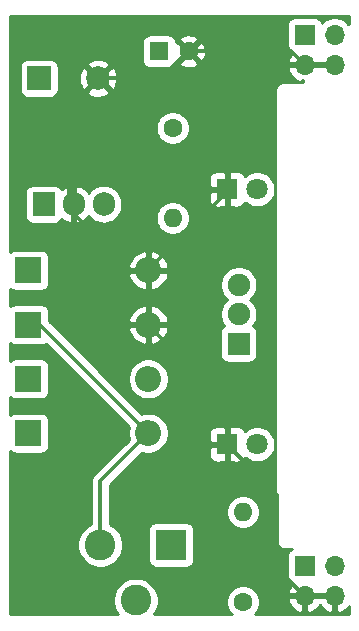
<source format=gbl>
%TF.GenerationSoftware,KiCad,Pcbnew,(5.1.9)-1*%
%TF.CreationDate,2021-12-31T02:05:00-06:00*%
%TF.ProjectId,BreadBoardPowerSupply,42726561-6442-46f6-9172-64506f776572,rev?*%
%TF.SameCoordinates,Original*%
%TF.FileFunction,Copper,L2,Bot*%
%TF.FilePolarity,Positive*%
%FSLAX46Y46*%
G04 Gerber Fmt 4.6, Leading zero omitted, Abs format (unit mm)*
G04 Created by KiCad (PCBNEW (5.1.9)-1) date 2021-12-31 02:05:00*
%MOMM*%
%LPD*%
G01*
G04 APERTURE LIST*
%TA.AperFunction,ComponentPad*%
%ADD10C,1.600000*%
%TD*%
%TA.AperFunction,ComponentPad*%
%ADD11O,1.600000X1.600000*%
%TD*%
%TA.AperFunction,ComponentPad*%
%ADD12C,2.000000*%
%TD*%
%TA.AperFunction,ComponentPad*%
%ADD13R,2.000000X2.000000*%
%TD*%
%TA.AperFunction,ComponentPad*%
%ADD14R,1.600000X1.600000*%
%TD*%
%TA.AperFunction,ComponentPad*%
%ADD15O,2.200000X2.200000*%
%TD*%
%TA.AperFunction,ComponentPad*%
%ADD16R,2.200000X2.200000*%
%TD*%
%TA.AperFunction,ComponentPad*%
%ADD17C,1.800000*%
%TD*%
%TA.AperFunction,ComponentPad*%
%ADD18R,1.800000X1.800000*%
%TD*%
%TA.AperFunction,ComponentPad*%
%ADD19C,2.600000*%
%TD*%
%TA.AperFunction,ComponentPad*%
%ADD20R,2.600000X2.600000*%
%TD*%
%TA.AperFunction,ComponentPad*%
%ADD21R,1.700000X1.700000*%
%TD*%
%TA.AperFunction,ComponentPad*%
%ADD22O,1.700000X1.700000*%
%TD*%
%TA.AperFunction,ComponentPad*%
%ADD23C,1.900000*%
%TD*%
%TA.AperFunction,ComponentPad*%
%ADD24R,1.900000X1.900000*%
%TD*%
%TA.AperFunction,ComponentPad*%
%ADD25O,1.905000X2.000000*%
%TD*%
%TA.AperFunction,ComponentPad*%
%ADD26R,1.905000X2.000000*%
%TD*%
%TA.AperFunction,Conductor*%
%ADD27C,0.300000*%
%TD*%
%TA.AperFunction,Conductor*%
%ADD28C,0.254000*%
%TD*%
%TA.AperFunction,Conductor*%
%ADD29C,0.100000*%
%TD*%
G04 APERTURE END LIST*
D10*
%TO.P,R2,1*%
%TO.N,/Vout2*%
X137795000Y-82677000D03*
D11*
%TO.P,R2,2*%
%TO.N,Net-(D6-Pad2)*%
X137795000Y-90297000D03*
%TD*%
D12*
%TO.P,C1,2*%
%TO.N,/V-*%
X131492000Y-78486000D03*
D13*
%TO.P,C1,1*%
%TO.N,/Vin*%
X126492000Y-78486000D03*
%TD*%
D10*
%TO.P,C2,2*%
%TO.N,/V-*%
X139152000Y-76200000D03*
D14*
%TO.P,C2,1*%
%TO.N,/Vout1*%
X136652000Y-76200000D03*
%TD*%
D15*
%TO.P,D1,2*%
%TO.N,Net-(D1-Pad2)*%
X135741001Y-103929334D03*
D16*
%TO.P,D1,1*%
%TO.N,/Vin*%
X125581001Y-103929334D03*
%TD*%
D15*
%TO.P,D2,2*%
%TO.N,/V-*%
X135741001Y-94742000D03*
D16*
%TO.P,D2,1*%
%TO.N,Net-(D1-Pad2)*%
X125581001Y-94742000D03*
%TD*%
%TO.P,D3,1*%
%TO.N,/Vin*%
X125581001Y-108523001D03*
D15*
%TO.P,D3,2*%
%TO.N,Net-(D3-Pad2)*%
X135741001Y-108523001D03*
%TD*%
%TO.P,D4,2*%
%TO.N,/V-*%
X135741001Y-99335667D03*
D16*
%TO.P,D4,1*%
%TO.N,Net-(D3-Pad2)*%
X125581001Y-99335667D03*
%TD*%
D17*
%TO.P,D5,2*%
%TO.N,Net-(D5-Pad2)*%
X144943000Y-109474000D03*
D18*
%TO.P,D5,1*%
%TO.N,/V-*%
X142403000Y-109474000D03*
%TD*%
%TO.P,D6,1*%
%TO.N,/V-*%
X142403000Y-87884000D03*
D17*
%TO.P,D6,2*%
%TO.N,Net-(D6-Pad2)*%
X144943000Y-87884000D03*
%TD*%
D19*
%TO.P,J1,3*%
%TO.N,Net-(J1-Pad3)*%
X134668000Y-122683000D03*
%TO.P,J1,2*%
%TO.N,Net-(D3-Pad2)*%
X131668000Y-117983000D03*
D20*
%TO.P,J1,1*%
%TO.N,Net-(D1-Pad2)*%
X137668000Y-117983000D03*
%TD*%
D21*
%TO.P,J2,1*%
%TO.N,/Vout2*%
X148971000Y-74803000D03*
D22*
%TO.P,J2,2*%
X151511000Y-74803000D03*
%TO.P,J2,3*%
%TO.N,/V-*%
X148971000Y-77343000D03*
%TO.P,J2,4*%
X151511000Y-77343000D03*
%TD*%
D21*
%TO.P,J3,1*%
%TO.N,/Vout2*%
X148971000Y-119761000D03*
D22*
%TO.P,J3,2*%
X151511000Y-119761000D03*
%TO.P,J3,3*%
%TO.N,/V-*%
X148971000Y-122301000D03*
%TO.P,J3,4*%
X151511000Y-122301000D03*
%TD*%
D11*
%TO.P,R1,2*%
%TO.N,/Vout1*%
X143764000Y-115189000D03*
D10*
%TO.P,R1,1*%
%TO.N,Net-(D5-Pad2)*%
X143764000Y-122809000D03*
%TD*%
D23*
%TO.P,SW1,3*%
%TO.N,Net-(SW1-Pad3)*%
X143383000Y-95965000D03*
%TO.P,SW1,2*%
%TO.N,/Vout1*%
X143383000Y-98465000D03*
D24*
%TO.P,SW1,1*%
%TO.N,/Vout2*%
X143383000Y-100965000D03*
%TD*%
D25*
%TO.P,U1,3*%
%TO.N,/Vout1*%
X131953000Y-89154000D03*
%TO.P,U1,2*%
%TO.N,/V-*%
X129413000Y-89154000D03*
D26*
%TO.P,U1,1*%
%TO.N,/Vin*%
X126873000Y-89154000D03*
%TD*%
D27*
%TO.N,/V-*%
X142345001Y-87757000D02*
X142403000Y-87757000D01*
X129254502Y-89154000D02*
X129032000Y-89154000D01*
X135741001Y-94742000D02*
X135223502Y-94742000D01*
X129032000Y-80946000D02*
X131492000Y-78486000D01*
X129032000Y-89154000D02*
X129032000Y-80946000D01*
X139062002Y-76200000D02*
X139152000Y-76200000D01*
X136776002Y-78486000D02*
X139062002Y-76200000D01*
X131492000Y-78486000D02*
X136776002Y-78486000D01*
X147828000Y-76200000D02*
X148971000Y-77343000D01*
X139152000Y-76200000D02*
X147828000Y-76200000D01*
X148971000Y-77343000D02*
X151511000Y-77343000D01*
X148971000Y-122301000D02*
X151511000Y-122301000D01*
X146667990Y-113738990D02*
X142403000Y-109474000D01*
X146667990Y-119997990D02*
X146667990Y-113738990D01*
X148971000Y-122301000D02*
X146667990Y-119997990D01*
X142218001Y-87884000D02*
X142403000Y-87884000D01*
X142403000Y-105997666D02*
X135741001Y-99335667D01*
X142403000Y-109474000D02*
X142403000Y-105997666D01*
X135741001Y-99335667D02*
X135741001Y-94742000D01*
X129413000Y-89969633D02*
X129413000Y-89154000D01*
X134185367Y-94742000D02*
X129413000Y-89969633D01*
X135741001Y-94742000D02*
X134185367Y-94742000D01*
X142403000Y-88080001D02*
X135741001Y-94742000D01*
X142403000Y-87884000D02*
X142403000Y-88080001D01*
%TO.N,Net-(D3-Pad2)*%
X126553667Y-99335667D02*
X125581001Y-99335667D01*
X135741001Y-108523001D02*
X126553667Y-99335667D01*
X131668000Y-112596002D02*
X135741001Y-108523001D01*
X131668000Y-117983000D02*
X131668000Y-112596002D01*
%TD*%
D28*
%TO.N,/V-*%
X152706001Y-73918516D02*
X152664475Y-73856368D01*
X152457632Y-73649525D01*
X152214411Y-73487010D01*
X151944158Y-73375068D01*
X151657260Y-73318000D01*
X151364740Y-73318000D01*
X151077842Y-73375068D01*
X150807589Y-73487010D01*
X150564368Y-73649525D01*
X150432513Y-73781380D01*
X150410502Y-73708820D01*
X150351537Y-73598506D01*
X150272185Y-73501815D01*
X150175494Y-73422463D01*
X150065180Y-73363498D01*
X149945482Y-73327188D01*
X149821000Y-73314928D01*
X148121000Y-73314928D01*
X147996518Y-73327188D01*
X147876820Y-73363498D01*
X147766506Y-73422463D01*
X147669815Y-73501815D01*
X147590463Y-73598506D01*
X147531498Y-73708820D01*
X147495188Y-73828518D01*
X147482928Y-73953000D01*
X147482928Y-75653000D01*
X147495188Y-75777482D01*
X147531498Y-75897180D01*
X147590463Y-76007494D01*
X147669815Y-76104185D01*
X147766506Y-76183537D01*
X147876820Y-76242502D01*
X147957466Y-76266966D01*
X147873412Y-76342731D01*
X147699359Y-76576080D01*
X147574175Y-76838901D01*
X147529524Y-76986110D01*
X147650845Y-77216000D01*
X148844000Y-77216000D01*
X148844000Y-77196000D01*
X149098000Y-77196000D01*
X149098000Y-77216000D01*
X151384000Y-77216000D01*
X151384000Y-77196000D01*
X151638000Y-77196000D01*
X151638000Y-77216000D01*
X151658000Y-77216000D01*
X151658000Y-77470000D01*
X151638000Y-77470000D01*
X151638000Y-77490000D01*
X151384000Y-77490000D01*
X151384000Y-77470000D01*
X149098000Y-77470000D01*
X149098000Y-77490000D01*
X148844000Y-77490000D01*
X148844000Y-77470000D01*
X147650845Y-77470000D01*
X147529524Y-77699890D01*
X147574175Y-77847099D01*
X147699359Y-78109920D01*
X147873412Y-78343269D01*
X148089645Y-78538178D01*
X148339748Y-78687157D01*
X148614109Y-78784481D01*
X148843998Y-78663815D01*
X148843998Y-78792000D01*
X147227877Y-78792000D01*
X147193000Y-78788565D01*
X147158123Y-78792000D01*
X147053816Y-78802273D01*
X146919980Y-78842872D01*
X146796637Y-78908800D01*
X146688525Y-78997525D01*
X146599800Y-79105637D01*
X146533872Y-79228980D01*
X146493273Y-79362816D01*
X146479565Y-79502000D01*
X146483001Y-79536887D01*
X146483000Y-117567123D01*
X146479565Y-117602000D01*
X146493273Y-117741184D01*
X146533872Y-117875020D01*
X146599800Y-117998363D01*
X146688525Y-118106475D01*
X146770294Y-118173581D01*
X146796637Y-118195200D01*
X146919980Y-118261128D01*
X147053816Y-118301727D01*
X147193000Y-118315435D01*
X147227877Y-118312000D01*
X147908131Y-118312000D01*
X147876820Y-118321498D01*
X147766506Y-118380463D01*
X147669815Y-118459815D01*
X147590463Y-118556506D01*
X147531498Y-118666820D01*
X147495188Y-118786518D01*
X147482928Y-118911000D01*
X147482928Y-120611000D01*
X147495188Y-120735482D01*
X147531498Y-120855180D01*
X147590463Y-120965494D01*
X147669815Y-121062185D01*
X147766506Y-121141537D01*
X147876820Y-121200502D01*
X147957466Y-121224966D01*
X147873412Y-121300731D01*
X147699359Y-121534080D01*
X147574175Y-121796901D01*
X147529524Y-121944110D01*
X147650845Y-122174000D01*
X148844000Y-122174000D01*
X148844000Y-122154000D01*
X149098000Y-122154000D01*
X149098000Y-122174000D01*
X151384000Y-122174000D01*
X151384000Y-122154000D01*
X151638000Y-122154000D01*
X151638000Y-122174000D01*
X151658000Y-122174000D01*
X151658000Y-122428000D01*
X151638000Y-122428000D01*
X151638000Y-123621814D01*
X151867891Y-123742481D01*
X152142252Y-123645157D01*
X152392355Y-123496178D01*
X152608588Y-123301269D01*
X152706000Y-123170671D01*
X152706000Y-123877000D01*
X144725396Y-123877000D01*
X144878637Y-123723759D01*
X145035680Y-123488727D01*
X145143853Y-123227574D01*
X145199000Y-122950335D01*
X145199000Y-122667665D01*
X145197056Y-122657890D01*
X147529524Y-122657890D01*
X147574175Y-122805099D01*
X147699359Y-123067920D01*
X147873412Y-123301269D01*
X148089645Y-123496178D01*
X148339748Y-123645157D01*
X148614109Y-123742481D01*
X148844000Y-123621814D01*
X148844000Y-122428000D01*
X149098000Y-122428000D01*
X149098000Y-123621814D01*
X149327891Y-123742481D01*
X149602252Y-123645157D01*
X149852355Y-123496178D01*
X150068588Y-123301269D01*
X150241000Y-123070120D01*
X150413412Y-123301269D01*
X150629645Y-123496178D01*
X150879748Y-123645157D01*
X151154109Y-123742481D01*
X151384000Y-123621814D01*
X151384000Y-122428000D01*
X149098000Y-122428000D01*
X148844000Y-122428000D01*
X147650845Y-122428000D01*
X147529524Y-122657890D01*
X145197056Y-122657890D01*
X145143853Y-122390426D01*
X145035680Y-122129273D01*
X144878637Y-121894241D01*
X144678759Y-121694363D01*
X144443727Y-121537320D01*
X144182574Y-121429147D01*
X143905335Y-121374000D01*
X143622665Y-121374000D01*
X143345426Y-121429147D01*
X143084273Y-121537320D01*
X142849241Y-121694363D01*
X142649363Y-121894241D01*
X142492320Y-122129273D01*
X142384147Y-122390426D01*
X142329000Y-122667665D01*
X142329000Y-122950335D01*
X142384147Y-123227574D01*
X142492320Y-123488727D01*
X142649363Y-123723759D01*
X142802604Y-123877000D01*
X136197400Y-123877000D01*
X136382775Y-123599566D01*
X136528639Y-123247419D01*
X136603000Y-122873581D01*
X136603000Y-122492419D01*
X136528639Y-122118581D01*
X136382775Y-121766434D01*
X136171013Y-121449509D01*
X135901491Y-121179987D01*
X135584566Y-120968225D01*
X135232419Y-120822361D01*
X134858581Y-120748000D01*
X134477419Y-120748000D01*
X134103581Y-120822361D01*
X133751434Y-120968225D01*
X133434509Y-121179987D01*
X133164987Y-121449509D01*
X132953225Y-121766434D01*
X132807361Y-122118581D01*
X132733000Y-122492419D01*
X132733000Y-122873581D01*
X132807361Y-123247419D01*
X132953225Y-123599566D01*
X133138600Y-123877000D01*
X124027000Y-123877000D01*
X124027000Y-110070755D01*
X124029816Y-110074186D01*
X124126507Y-110153538D01*
X124236821Y-110212503D01*
X124356519Y-110248813D01*
X124481001Y-110261073D01*
X126681001Y-110261073D01*
X126805483Y-110248813D01*
X126925181Y-110212503D01*
X127035495Y-110153538D01*
X127132186Y-110074186D01*
X127211538Y-109977495D01*
X127270503Y-109867181D01*
X127306813Y-109747483D01*
X127319073Y-109623001D01*
X127319073Y-107423001D01*
X127306813Y-107298519D01*
X127270503Y-107178821D01*
X127211538Y-107068507D01*
X127132186Y-106971816D01*
X127035495Y-106892464D01*
X126925181Y-106833499D01*
X126805483Y-106797189D01*
X126681001Y-106784929D01*
X124481001Y-106784929D01*
X124356519Y-106797189D01*
X124236821Y-106833499D01*
X124126507Y-106892464D01*
X124029816Y-106971816D01*
X124027000Y-106975247D01*
X124027000Y-105477088D01*
X124029816Y-105480519D01*
X124126507Y-105559871D01*
X124236821Y-105618836D01*
X124356519Y-105655146D01*
X124481001Y-105667406D01*
X126681001Y-105667406D01*
X126805483Y-105655146D01*
X126925181Y-105618836D01*
X127035495Y-105559871D01*
X127132186Y-105480519D01*
X127211538Y-105383828D01*
X127270503Y-105273514D01*
X127306813Y-105153816D01*
X127319073Y-105029334D01*
X127319073Y-102829334D01*
X127306813Y-102704852D01*
X127270503Y-102585154D01*
X127211538Y-102474840D01*
X127132186Y-102378149D01*
X127035495Y-102298797D01*
X126925181Y-102239832D01*
X126805483Y-102203522D01*
X126681001Y-102191262D01*
X124481001Y-102191262D01*
X124356519Y-102203522D01*
X124236821Y-102239832D01*
X124126507Y-102298797D01*
X124029816Y-102378149D01*
X124027000Y-102381580D01*
X124027000Y-100883421D01*
X124029816Y-100886852D01*
X124126507Y-100966204D01*
X124236821Y-101025169D01*
X124356519Y-101061479D01*
X124481001Y-101073739D01*
X126681001Y-101073739D01*
X126805483Y-101061479D01*
X126925181Y-101025169D01*
X127035495Y-100966204D01*
X127056669Y-100948827D01*
X134087932Y-107980090D01*
X134072676Y-108016920D01*
X134006001Y-108352118D01*
X134006001Y-108693884D01*
X134072676Y-109029082D01*
X134087932Y-109065913D01*
X131140185Y-112013660D01*
X131110237Y-112038238D01*
X131085659Y-112068186D01*
X131085655Y-112068190D01*
X131052690Y-112108358D01*
X131012139Y-112157769D01*
X130973177Y-112230662D01*
X130939246Y-112294143D01*
X130894359Y-112442116D01*
X130879203Y-112596002D01*
X130883001Y-112634565D01*
X130883000Y-116213728D01*
X130751434Y-116268225D01*
X130434509Y-116479987D01*
X130164987Y-116749509D01*
X129953225Y-117066434D01*
X129807361Y-117418581D01*
X129733000Y-117792419D01*
X129733000Y-118173581D01*
X129807361Y-118547419D01*
X129953225Y-118899566D01*
X130164987Y-119216491D01*
X130434509Y-119486013D01*
X130751434Y-119697775D01*
X131103581Y-119843639D01*
X131477419Y-119918000D01*
X131858581Y-119918000D01*
X132232419Y-119843639D01*
X132584566Y-119697775D01*
X132901491Y-119486013D01*
X133171013Y-119216491D01*
X133382775Y-118899566D01*
X133528639Y-118547419D01*
X133603000Y-118173581D01*
X133603000Y-117792419D01*
X133528639Y-117418581D01*
X133382775Y-117066434D01*
X133171013Y-116749509D01*
X133104504Y-116683000D01*
X135729928Y-116683000D01*
X135729928Y-119283000D01*
X135742188Y-119407482D01*
X135778498Y-119527180D01*
X135837463Y-119637494D01*
X135916815Y-119734185D01*
X136013506Y-119813537D01*
X136123820Y-119872502D01*
X136243518Y-119908812D01*
X136368000Y-119921072D01*
X138968000Y-119921072D01*
X139092482Y-119908812D01*
X139212180Y-119872502D01*
X139322494Y-119813537D01*
X139419185Y-119734185D01*
X139498537Y-119637494D01*
X139557502Y-119527180D01*
X139593812Y-119407482D01*
X139606072Y-119283000D01*
X139606072Y-116683000D01*
X139593812Y-116558518D01*
X139557502Y-116438820D01*
X139498537Y-116328506D01*
X139419185Y-116231815D01*
X139322494Y-116152463D01*
X139212180Y-116093498D01*
X139092482Y-116057188D01*
X138968000Y-116044928D01*
X136368000Y-116044928D01*
X136243518Y-116057188D01*
X136123820Y-116093498D01*
X136013506Y-116152463D01*
X135916815Y-116231815D01*
X135837463Y-116328506D01*
X135778498Y-116438820D01*
X135742188Y-116558518D01*
X135729928Y-116683000D01*
X133104504Y-116683000D01*
X132901491Y-116479987D01*
X132584566Y-116268225D01*
X132453000Y-116213729D01*
X132453000Y-115047665D01*
X142329000Y-115047665D01*
X142329000Y-115330335D01*
X142384147Y-115607574D01*
X142492320Y-115868727D01*
X142649363Y-116103759D01*
X142849241Y-116303637D01*
X143084273Y-116460680D01*
X143345426Y-116568853D01*
X143622665Y-116624000D01*
X143905335Y-116624000D01*
X144182574Y-116568853D01*
X144443727Y-116460680D01*
X144678759Y-116303637D01*
X144878637Y-116103759D01*
X145035680Y-115868727D01*
X145143853Y-115607574D01*
X145199000Y-115330335D01*
X145199000Y-115047665D01*
X145143853Y-114770426D01*
X145035680Y-114509273D01*
X144878637Y-114274241D01*
X144678759Y-114074363D01*
X144443727Y-113917320D01*
X144182574Y-113809147D01*
X143905335Y-113754000D01*
X143622665Y-113754000D01*
X143345426Y-113809147D01*
X143084273Y-113917320D01*
X142849241Y-114074363D01*
X142649363Y-114274241D01*
X142492320Y-114509273D01*
X142384147Y-114770426D01*
X142329000Y-115047665D01*
X132453000Y-115047665D01*
X132453000Y-112921159D01*
X135000159Y-110374000D01*
X140864928Y-110374000D01*
X140877188Y-110498482D01*
X140913498Y-110618180D01*
X140972463Y-110728494D01*
X141051815Y-110825185D01*
X141148506Y-110904537D01*
X141258820Y-110963502D01*
X141378518Y-110999812D01*
X141503000Y-111012072D01*
X142117250Y-111009000D01*
X142276000Y-110850250D01*
X142276000Y-109601000D01*
X141026750Y-109601000D01*
X140868000Y-109759750D01*
X140864928Y-110374000D01*
X135000159Y-110374000D01*
X135198089Y-110176070D01*
X135234920Y-110191326D01*
X135570118Y-110258001D01*
X135911884Y-110258001D01*
X136247082Y-110191326D01*
X136562832Y-110060538D01*
X136846999Y-109870664D01*
X137088664Y-109628999D01*
X137278538Y-109344832D01*
X137409326Y-109029082D01*
X137476001Y-108693884D01*
X137476001Y-108574000D01*
X140864928Y-108574000D01*
X140868000Y-109188250D01*
X141026750Y-109347000D01*
X142276000Y-109347000D01*
X142276000Y-108097750D01*
X142530000Y-108097750D01*
X142530000Y-109347000D01*
X142550000Y-109347000D01*
X142550000Y-109601000D01*
X142530000Y-109601000D01*
X142530000Y-110850250D01*
X142688750Y-111009000D01*
X143303000Y-111012072D01*
X143427482Y-110999812D01*
X143547180Y-110963502D01*
X143657494Y-110904537D01*
X143754185Y-110825185D01*
X143833537Y-110728494D01*
X143892502Y-110618180D01*
X143898056Y-110599873D01*
X143964495Y-110666312D01*
X144215905Y-110834299D01*
X144495257Y-110950011D01*
X144791816Y-111009000D01*
X145094184Y-111009000D01*
X145390743Y-110950011D01*
X145670095Y-110834299D01*
X145921505Y-110666312D01*
X146135312Y-110452505D01*
X146303299Y-110201095D01*
X146419011Y-109921743D01*
X146478000Y-109625184D01*
X146478000Y-109322816D01*
X146419011Y-109026257D01*
X146303299Y-108746905D01*
X146135312Y-108495495D01*
X145921505Y-108281688D01*
X145670095Y-108113701D01*
X145390743Y-107997989D01*
X145094184Y-107939000D01*
X144791816Y-107939000D01*
X144495257Y-107997989D01*
X144215905Y-108113701D01*
X143964495Y-108281688D01*
X143898056Y-108348127D01*
X143892502Y-108329820D01*
X143833537Y-108219506D01*
X143754185Y-108122815D01*
X143657494Y-108043463D01*
X143547180Y-107984498D01*
X143427482Y-107948188D01*
X143303000Y-107935928D01*
X142688750Y-107939000D01*
X142530000Y-108097750D01*
X142276000Y-108097750D01*
X142117250Y-107939000D01*
X141503000Y-107935928D01*
X141378518Y-107948188D01*
X141258820Y-107984498D01*
X141148506Y-108043463D01*
X141051815Y-108122815D01*
X140972463Y-108219506D01*
X140913498Y-108329820D01*
X140877188Y-108449518D01*
X140864928Y-108574000D01*
X137476001Y-108574000D01*
X137476001Y-108352118D01*
X137409326Y-108016920D01*
X137278538Y-107701170D01*
X137088664Y-107417003D01*
X136846999Y-107175338D01*
X136562832Y-106985464D01*
X136247082Y-106854676D01*
X135911884Y-106788001D01*
X135570118Y-106788001D01*
X135234920Y-106854676D01*
X135198090Y-106869932D01*
X132086609Y-103758451D01*
X134006001Y-103758451D01*
X134006001Y-104100217D01*
X134072676Y-104435415D01*
X134203464Y-104751165D01*
X134393338Y-105035332D01*
X134635003Y-105276997D01*
X134919170Y-105466871D01*
X135234920Y-105597659D01*
X135570118Y-105664334D01*
X135911884Y-105664334D01*
X136247082Y-105597659D01*
X136562832Y-105466871D01*
X136846999Y-105276997D01*
X137088664Y-105035332D01*
X137278538Y-104751165D01*
X137409326Y-104435415D01*
X137476001Y-104100217D01*
X137476001Y-103758451D01*
X137409326Y-103423253D01*
X137278538Y-103107503D01*
X137088664Y-102823336D01*
X136846999Y-102581671D01*
X136562832Y-102391797D01*
X136247082Y-102261009D01*
X135911884Y-102194334D01*
X135570118Y-102194334D01*
X135234920Y-102261009D01*
X134919170Y-102391797D01*
X134635003Y-102581671D01*
X134393338Y-102823336D01*
X134203464Y-103107503D01*
X134072676Y-103423253D01*
X134006001Y-103758451D01*
X132086609Y-103758451D01*
X128059947Y-99731789D01*
X134051826Y-99731789D01*
X134116426Y-99944761D01*
X134266470Y-100249996D01*
X134473179Y-100520094D01*
X134728610Y-100744675D01*
X135022947Y-100915109D01*
X135344878Y-101024846D01*
X135614001Y-100907267D01*
X135614001Y-99462667D01*
X135868001Y-99462667D01*
X135868001Y-100907267D01*
X136137124Y-101024846D01*
X136459055Y-100915109D01*
X136753392Y-100744675D01*
X137008823Y-100520094D01*
X137215532Y-100249996D01*
X137331048Y-100015000D01*
X141794928Y-100015000D01*
X141794928Y-101915000D01*
X141807188Y-102039482D01*
X141843498Y-102159180D01*
X141902463Y-102269494D01*
X141981815Y-102366185D01*
X142078506Y-102445537D01*
X142188820Y-102504502D01*
X142308518Y-102540812D01*
X142433000Y-102553072D01*
X144333000Y-102553072D01*
X144457482Y-102540812D01*
X144577180Y-102504502D01*
X144687494Y-102445537D01*
X144784185Y-102366185D01*
X144863537Y-102269494D01*
X144922502Y-102159180D01*
X144958812Y-102039482D01*
X144971072Y-101915000D01*
X144971072Y-100015000D01*
X144958812Y-99890518D01*
X144922502Y-99770820D01*
X144863537Y-99660506D01*
X144784185Y-99563815D01*
X144687494Y-99484463D01*
X144628979Y-99453186D01*
X144787609Y-99215779D01*
X144907089Y-98927327D01*
X144968000Y-98621109D01*
X144968000Y-98308891D01*
X144907089Y-98002673D01*
X144787609Y-97714221D01*
X144614150Y-97454621D01*
X144393379Y-97233850D01*
X144365168Y-97215000D01*
X144393379Y-97196150D01*
X144614150Y-96975379D01*
X144787609Y-96715779D01*
X144907089Y-96427327D01*
X144968000Y-96121109D01*
X144968000Y-95808891D01*
X144907089Y-95502673D01*
X144787609Y-95214221D01*
X144614150Y-94954621D01*
X144393379Y-94733850D01*
X144133779Y-94560391D01*
X143845327Y-94440911D01*
X143539109Y-94380000D01*
X143226891Y-94380000D01*
X142920673Y-94440911D01*
X142632221Y-94560391D01*
X142372621Y-94733850D01*
X142151850Y-94954621D01*
X141978391Y-95214221D01*
X141858911Y-95502673D01*
X141798000Y-95808891D01*
X141798000Y-96121109D01*
X141858911Y-96427327D01*
X141978391Y-96715779D01*
X142151850Y-96975379D01*
X142372621Y-97196150D01*
X142400832Y-97215000D01*
X142372621Y-97233850D01*
X142151850Y-97454621D01*
X141978391Y-97714221D01*
X141858911Y-98002673D01*
X141798000Y-98308891D01*
X141798000Y-98621109D01*
X141858911Y-98927327D01*
X141978391Y-99215779D01*
X142137021Y-99453186D01*
X142078506Y-99484463D01*
X141981815Y-99563815D01*
X141902463Y-99660506D01*
X141843498Y-99770820D01*
X141807188Y-99890518D01*
X141794928Y-100015000D01*
X137331048Y-100015000D01*
X137365576Y-99944761D01*
X137430176Y-99731789D01*
X137312126Y-99462667D01*
X135868001Y-99462667D01*
X135614001Y-99462667D01*
X134169876Y-99462667D01*
X134051826Y-99731789D01*
X128059947Y-99731789D01*
X127319073Y-98990916D01*
X127319073Y-98939545D01*
X134051826Y-98939545D01*
X134169876Y-99208667D01*
X135614001Y-99208667D01*
X135614001Y-97764067D01*
X135868001Y-97764067D01*
X135868001Y-99208667D01*
X137312126Y-99208667D01*
X137430176Y-98939545D01*
X137365576Y-98726573D01*
X137215532Y-98421338D01*
X137008823Y-98151240D01*
X136753392Y-97926659D01*
X136459055Y-97756225D01*
X136137124Y-97646488D01*
X135868001Y-97764067D01*
X135614001Y-97764067D01*
X135344878Y-97646488D01*
X135022947Y-97756225D01*
X134728610Y-97926659D01*
X134473179Y-98151240D01*
X134266470Y-98421338D01*
X134116426Y-98726573D01*
X134051826Y-98939545D01*
X127319073Y-98939545D01*
X127319073Y-98235667D01*
X127306813Y-98111185D01*
X127270503Y-97991487D01*
X127211538Y-97881173D01*
X127132186Y-97784482D01*
X127035495Y-97705130D01*
X126925181Y-97646165D01*
X126805483Y-97609855D01*
X126681001Y-97597595D01*
X124481001Y-97597595D01*
X124356519Y-97609855D01*
X124236821Y-97646165D01*
X124126507Y-97705130D01*
X124029816Y-97784482D01*
X124027000Y-97787913D01*
X124027000Y-96289754D01*
X124029816Y-96293185D01*
X124126507Y-96372537D01*
X124236821Y-96431502D01*
X124356519Y-96467812D01*
X124481001Y-96480072D01*
X126681001Y-96480072D01*
X126805483Y-96467812D01*
X126925181Y-96431502D01*
X127035495Y-96372537D01*
X127132186Y-96293185D01*
X127211538Y-96196494D01*
X127270503Y-96086180D01*
X127306813Y-95966482D01*
X127319073Y-95842000D01*
X127319073Y-95138122D01*
X134051826Y-95138122D01*
X134116426Y-95351094D01*
X134266470Y-95656329D01*
X134473179Y-95926427D01*
X134728610Y-96151008D01*
X135022947Y-96321442D01*
X135344878Y-96431179D01*
X135614001Y-96313600D01*
X135614001Y-94869000D01*
X135868001Y-94869000D01*
X135868001Y-96313600D01*
X136137124Y-96431179D01*
X136459055Y-96321442D01*
X136753392Y-96151008D01*
X137008823Y-95926427D01*
X137215532Y-95656329D01*
X137365576Y-95351094D01*
X137430176Y-95138122D01*
X137312126Y-94869000D01*
X135868001Y-94869000D01*
X135614001Y-94869000D01*
X134169876Y-94869000D01*
X134051826Y-95138122D01*
X127319073Y-95138122D01*
X127319073Y-94345878D01*
X134051826Y-94345878D01*
X134169876Y-94615000D01*
X135614001Y-94615000D01*
X135614001Y-93170400D01*
X135868001Y-93170400D01*
X135868001Y-94615000D01*
X137312126Y-94615000D01*
X137430176Y-94345878D01*
X137365576Y-94132906D01*
X137215532Y-93827671D01*
X137008823Y-93557573D01*
X136753392Y-93332992D01*
X136459055Y-93162558D01*
X136137124Y-93052821D01*
X135868001Y-93170400D01*
X135614001Y-93170400D01*
X135344878Y-93052821D01*
X135022947Y-93162558D01*
X134728610Y-93332992D01*
X134473179Y-93557573D01*
X134266470Y-93827671D01*
X134116426Y-94132906D01*
X134051826Y-94345878D01*
X127319073Y-94345878D01*
X127319073Y-93642000D01*
X127306813Y-93517518D01*
X127270503Y-93397820D01*
X127211538Y-93287506D01*
X127132186Y-93190815D01*
X127035495Y-93111463D01*
X126925181Y-93052498D01*
X126805483Y-93016188D01*
X126681001Y-93003928D01*
X124481001Y-93003928D01*
X124356519Y-93016188D01*
X124236821Y-93052498D01*
X124126507Y-93111463D01*
X124029816Y-93190815D01*
X124027000Y-93194246D01*
X124027000Y-88154000D01*
X125282428Y-88154000D01*
X125282428Y-90154000D01*
X125294688Y-90278482D01*
X125330998Y-90398180D01*
X125389963Y-90508494D01*
X125469315Y-90605185D01*
X125566006Y-90684537D01*
X125676320Y-90743502D01*
X125796018Y-90779812D01*
X125920500Y-90792072D01*
X127825500Y-90792072D01*
X127949982Y-90779812D01*
X128069680Y-90743502D01*
X128179994Y-90684537D01*
X128276685Y-90605185D01*
X128356037Y-90508494D01*
X128405059Y-90416781D01*
X128546077Y-90529969D01*
X128821906Y-90673571D01*
X129040020Y-90744563D01*
X129286000Y-90624594D01*
X129286000Y-89281000D01*
X129266000Y-89281000D01*
X129266000Y-89027000D01*
X129286000Y-89027000D01*
X129286000Y-87683406D01*
X129540000Y-87683406D01*
X129540000Y-89027000D01*
X129560000Y-89027000D01*
X129560000Y-89281000D01*
X129540000Y-89281000D01*
X129540000Y-90624594D01*
X129785980Y-90744563D01*
X130004094Y-90673571D01*
X130279923Y-90529969D01*
X130522437Y-90335315D01*
X130677837Y-90150101D01*
X130825037Y-90329463D01*
X131066766Y-90527845D01*
X131342552Y-90675255D01*
X131641797Y-90766030D01*
X131953000Y-90796681D01*
X132264204Y-90766030D01*
X132563449Y-90675255D01*
X132839235Y-90527845D01*
X133080963Y-90329463D01*
X133223595Y-90155665D01*
X136360000Y-90155665D01*
X136360000Y-90438335D01*
X136415147Y-90715574D01*
X136523320Y-90976727D01*
X136680363Y-91211759D01*
X136880241Y-91411637D01*
X137115273Y-91568680D01*
X137376426Y-91676853D01*
X137653665Y-91732000D01*
X137936335Y-91732000D01*
X138213574Y-91676853D01*
X138474727Y-91568680D01*
X138709759Y-91411637D01*
X138909637Y-91211759D01*
X139066680Y-90976727D01*
X139174853Y-90715574D01*
X139230000Y-90438335D01*
X139230000Y-90155665D01*
X139174853Y-89878426D01*
X139066680Y-89617273D01*
X138909637Y-89382241D01*
X138709759Y-89182363D01*
X138474727Y-89025320D01*
X138213574Y-88917147D01*
X137936335Y-88862000D01*
X137653665Y-88862000D01*
X137376426Y-88917147D01*
X137115273Y-89025320D01*
X136880241Y-89182363D01*
X136680363Y-89382241D01*
X136523320Y-89617273D01*
X136415147Y-89878426D01*
X136360000Y-90155665D01*
X133223595Y-90155665D01*
X133279345Y-90087734D01*
X133426755Y-89811948D01*
X133517530Y-89512703D01*
X133540500Y-89279485D01*
X133540500Y-89028514D01*
X133517530Y-88795296D01*
X133514104Y-88784000D01*
X140864928Y-88784000D01*
X140877188Y-88908482D01*
X140913498Y-89028180D01*
X140972463Y-89138494D01*
X141051815Y-89235185D01*
X141148506Y-89314537D01*
X141258820Y-89373502D01*
X141378518Y-89409812D01*
X141503000Y-89422072D01*
X142117250Y-89419000D01*
X142276000Y-89260250D01*
X142276000Y-88011000D01*
X141026750Y-88011000D01*
X140868000Y-88169750D01*
X140864928Y-88784000D01*
X133514104Y-88784000D01*
X133426755Y-88496051D01*
X133279345Y-88220265D01*
X133080963Y-87978537D01*
X132839234Y-87780155D01*
X132563448Y-87632745D01*
X132264203Y-87541970D01*
X131953000Y-87511319D01*
X131641796Y-87541970D01*
X131342551Y-87632745D01*
X131066765Y-87780155D01*
X130825037Y-87978537D01*
X130677838Y-88157900D01*
X130522437Y-87972685D01*
X130279923Y-87778031D01*
X130004094Y-87634429D01*
X129785980Y-87563437D01*
X129540000Y-87683406D01*
X129286000Y-87683406D01*
X129040020Y-87563437D01*
X128821906Y-87634429D01*
X128546077Y-87778031D01*
X128405059Y-87891219D01*
X128356037Y-87799506D01*
X128276685Y-87702815D01*
X128179994Y-87623463D01*
X128069680Y-87564498D01*
X127949982Y-87528188D01*
X127825500Y-87515928D01*
X125920500Y-87515928D01*
X125796018Y-87528188D01*
X125676320Y-87564498D01*
X125566006Y-87623463D01*
X125469315Y-87702815D01*
X125389963Y-87799506D01*
X125330998Y-87909820D01*
X125294688Y-88029518D01*
X125282428Y-88154000D01*
X124027000Y-88154000D01*
X124027000Y-86984000D01*
X140864928Y-86984000D01*
X140868000Y-87598250D01*
X141026750Y-87757000D01*
X142276000Y-87757000D01*
X142276000Y-86507750D01*
X142530000Y-86507750D01*
X142530000Y-87757000D01*
X142550000Y-87757000D01*
X142550000Y-88011000D01*
X142530000Y-88011000D01*
X142530000Y-89260250D01*
X142688750Y-89419000D01*
X143303000Y-89422072D01*
X143427482Y-89409812D01*
X143547180Y-89373502D01*
X143657494Y-89314537D01*
X143754185Y-89235185D01*
X143833537Y-89138494D01*
X143892502Y-89028180D01*
X143898056Y-89009873D01*
X143964495Y-89076312D01*
X144215905Y-89244299D01*
X144495257Y-89360011D01*
X144791816Y-89419000D01*
X145094184Y-89419000D01*
X145390743Y-89360011D01*
X145670095Y-89244299D01*
X145921505Y-89076312D01*
X146135312Y-88862505D01*
X146303299Y-88611095D01*
X146419011Y-88331743D01*
X146478000Y-88035184D01*
X146478000Y-87732816D01*
X146419011Y-87436257D01*
X146303299Y-87156905D01*
X146135312Y-86905495D01*
X145921505Y-86691688D01*
X145670095Y-86523701D01*
X145390743Y-86407989D01*
X145094184Y-86349000D01*
X144791816Y-86349000D01*
X144495257Y-86407989D01*
X144215905Y-86523701D01*
X143964495Y-86691688D01*
X143898056Y-86758127D01*
X143892502Y-86739820D01*
X143833537Y-86629506D01*
X143754185Y-86532815D01*
X143657494Y-86453463D01*
X143547180Y-86394498D01*
X143427482Y-86358188D01*
X143303000Y-86345928D01*
X142688750Y-86349000D01*
X142530000Y-86507750D01*
X142276000Y-86507750D01*
X142117250Y-86349000D01*
X141503000Y-86345928D01*
X141378518Y-86358188D01*
X141258820Y-86394498D01*
X141148506Y-86453463D01*
X141051815Y-86532815D01*
X140972463Y-86629506D01*
X140913498Y-86739820D01*
X140877188Y-86859518D01*
X140864928Y-86984000D01*
X124027000Y-86984000D01*
X124027000Y-82535665D01*
X136360000Y-82535665D01*
X136360000Y-82818335D01*
X136415147Y-83095574D01*
X136523320Y-83356727D01*
X136680363Y-83591759D01*
X136880241Y-83791637D01*
X137115273Y-83948680D01*
X137376426Y-84056853D01*
X137653665Y-84112000D01*
X137936335Y-84112000D01*
X138213574Y-84056853D01*
X138474727Y-83948680D01*
X138709759Y-83791637D01*
X138909637Y-83591759D01*
X139066680Y-83356727D01*
X139174853Y-83095574D01*
X139230000Y-82818335D01*
X139230000Y-82535665D01*
X139174853Y-82258426D01*
X139066680Y-81997273D01*
X138909637Y-81762241D01*
X138709759Y-81562363D01*
X138474727Y-81405320D01*
X138213574Y-81297147D01*
X137936335Y-81242000D01*
X137653665Y-81242000D01*
X137376426Y-81297147D01*
X137115273Y-81405320D01*
X136880241Y-81562363D01*
X136680363Y-81762241D01*
X136523320Y-81997273D01*
X136415147Y-82258426D01*
X136360000Y-82535665D01*
X124027000Y-82535665D01*
X124027000Y-77486000D01*
X124853928Y-77486000D01*
X124853928Y-79486000D01*
X124866188Y-79610482D01*
X124902498Y-79730180D01*
X124961463Y-79840494D01*
X125040815Y-79937185D01*
X125137506Y-80016537D01*
X125247820Y-80075502D01*
X125367518Y-80111812D01*
X125492000Y-80124072D01*
X127492000Y-80124072D01*
X127616482Y-80111812D01*
X127736180Y-80075502D01*
X127846494Y-80016537D01*
X127943185Y-79937185D01*
X128022537Y-79840494D01*
X128081502Y-79730180D01*
X128114496Y-79621413D01*
X130536192Y-79621413D01*
X130631956Y-79885814D01*
X130921571Y-80026704D01*
X131233108Y-80108384D01*
X131554595Y-80127718D01*
X131873675Y-80083961D01*
X132178088Y-79978795D01*
X132352044Y-79885814D01*
X132447808Y-79621413D01*
X131492000Y-78665605D01*
X130536192Y-79621413D01*
X128114496Y-79621413D01*
X128117812Y-79610482D01*
X128130072Y-79486000D01*
X128130072Y-78548595D01*
X129850282Y-78548595D01*
X129894039Y-78867675D01*
X129999205Y-79172088D01*
X130092186Y-79346044D01*
X130356587Y-79441808D01*
X131312395Y-78486000D01*
X131671605Y-78486000D01*
X132627413Y-79441808D01*
X132891814Y-79346044D01*
X133032704Y-79056429D01*
X133114384Y-78744892D01*
X133133718Y-78423405D01*
X133089961Y-78104325D01*
X132984795Y-77799912D01*
X132891814Y-77625956D01*
X132627413Y-77530192D01*
X131671605Y-78486000D01*
X131312395Y-78486000D01*
X130356587Y-77530192D01*
X130092186Y-77625956D01*
X129951296Y-77915571D01*
X129869616Y-78227108D01*
X129850282Y-78548595D01*
X128130072Y-78548595D01*
X128130072Y-77486000D01*
X128117812Y-77361518D01*
X128114497Y-77350587D01*
X130536192Y-77350587D01*
X131492000Y-78306395D01*
X132447808Y-77350587D01*
X132352044Y-77086186D01*
X132062429Y-76945296D01*
X131750892Y-76863616D01*
X131429405Y-76844282D01*
X131110325Y-76888039D01*
X130805912Y-76993205D01*
X130631956Y-77086186D01*
X130536192Y-77350587D01*
X128114497Y-77350587D01*
X128081502Y-77241820D01*
X128022537Y-77131506D01*
X127943185Y-77034815D01*
X127846494Y-76955463D01*
X127736180Y-76896498D01*
X127616482Y-76860188D01*
X127492000Y-76847928D01*
X125492000Y-76847928D01*
X125367518Y-76860188D01*
X125247820Y-76896498D01*
X125137506Y-76955463D01*
X125040815Y-77034815D01*
X124961463Y-77131506D01*
X124902498Y-77241820D01*
X124866188Y-77361518D01*
X124853928Y-77486000D01*
X124027000Y-77486000D01*
X124027000Y-75400000D01*
X135213928Y-75400000D01*
X135213928Y-77000000D01*
X135226188Y-77124482D01*
X135262498Y-77244180D01*
X135321463Y-77354494D01*
X135400815Y-77451185D01*
X135497506Y-77530537D01*
X135607820Y-77589502D01*
X135727518Y-77625812D01*
X135852000Y-77638072D01*
X137452000Y-77638072D01*
X137576482Y-77625812D01*
X137696180Y-77589502D01*
X137806494Y-77530537D01*
X137903185Y-77451185D01*
X137982537Y-77354494D01*
X138041502Y-77244180D01*
X138057117Y-77192702D01*
X138338903Y-77192702D01*
X138410486Y-77436671D01*
X138665996Y-77557571D01*
X138940184Y-77626300D01*
X139222512Y-77640217D01*
X139502130Y-77598787D01*
X139768292Y-77503603D01*
X139893514Y-77436671D01*
X139965097Y-77192702D01*
X139152000Y-76379605D01*
X138338903Y-77192702D01*
X138057117Y-77192702D01*
X138077812Y-77124482D01*
X138090072Y-77000000D01*
X138090072Y-76992785D01*
X138159298Y-77013097D01*
X138972395Y-76200000D01*
X139331605Y-76200000D01*
X140144702Y-77013097D01*
X140388671Y-76941514D01*
X140509571Y-76686004D01*
X140578300Y-76411816D01*
X140592217Y-76129488D01*
X140550787Y-75849870D01*
X140455603Y-75583708D01*
X140388671Y-75458486D01*
X140144702Y-75386903D01*
X139331605Y-76200000D01*
X138972395Y-76200000D01*
X138159298Y-75386903D01*
X138090072Y-75407215D01*
X138090072Y-75400000D01*
X138077812Y-75275518D01*
X138057118Y-75207298D01*
X138338903Y-75207298D01*
X139152000Y-76020395D01*
X139965097Y-75207298D01*
X139893514Y-74963329D01*
X139638004Y-74842429D01*
X139363816Y-74773700D01*
X139081488Y-74759783D01*
X138801870Y-74801213D01*
X138535708Y-74896397D01*
X138410486Y-74963329D01*
X138338903Y-75207298D01*
X138057118Y-75207298D01*
X138041502Y-75155820D01*
X137982537Y-75045506D01*
X137903185Y-74948815D01*
X137806494Y-74869463D01*
X137696180Y-74810498D01*
X137576482Y-74774188D01*
X137452000Y-74761928D01*
X135852000Y-74761928D01*
X135727518Y-74774188D01*
X135607820Y-74810498D01*
X135497506Y-74869463D01*
X135400815Y-74948815D01*
X135321463Y-75045506D01*
X135262498Y-75155820D01*
X135226188Y-75275518D01*
X135213928Y-75400000D01*
X124027000Y-75400000D01*
X124027000Y-73227000D01*
X152706001Y-73227000D01*
X152706001Y-73918516D01*
%TA.AperFunction,Conductor*%
D29*
G36*
X152706001Y-73918516D02*
G01*
X152664475Y-73856368D01*
X152457632Y-73649525D01*
X152214411Y-73487010D01*
X151944158Y-73375068D01*
X151657260Y-73318000D01*
X151364740Y-73318000D01*
X151077842Y-73375068D01*
X150807589Y-73487010D01*
X150564368Y-73649525D01*
X150432513Y-73781380D01*
X150410502Y-73708820D01*
X150351537Y-73598506D01*
X150272185Y-73501815D01*
X150175494Y-73422463D01*
X150065180Y-73363498D01*
X149945482Y-73327188D01*
X149821000Y-73314928D01*
X148121000Y-73314928D01*
X147996518Y-73327188D01*
X147876820Y-73363498D01*
X147766506Y-73422463D01*
X147669815Y-73501815D01*
X147590463Y-73598506D01*
X147531498Y-73708820D01*
X147495188Y-73828518D01*
X147482928Y-73953000D01*
X147482928Y-75653000D01*
X147495188Y-75777482D01*
X147531498Y-75897180D01*
X147590463Y-76007494D01*
X147669815Y-76104185D01*
X147766506Y-76183537D01*
X147876820Y-76242502D01*
X147957466Y-76266966D01*
X147873412Y-76342731D01*
X147699359Y-76576080D01*
X147574175Y-76838901D01*
X147529524Y-76986110D01*
X147650845Y-77216000D01*
X148844000Y-77216000D01*
X148844000Y-77196000D01*
X149098000Y-77196000D01*
X149098000Y-77216000D01*
X151384000Y-77216000D01*
X151384000Y-77196000D01*
X151638000Y-77196000D01*
X151638000Y-77216000D01*
X151658000Y-77216000D01*
X151658000Y-77470000D01*
X151638000Y-77470000D01*
X151638000Y-77490000D01*
X151384000Y-77490000D01*
X151384000Y-77470000D01*
X149098000Y-77470000D01*
X149098000Y-77490000D01*
X148844000Y-77490000D01*
X148844000Y-77470000D01*
X147650845Y-77470000D01*
X147529524Y-77699890D01*
X147574175Y-77847099D01*
X147699359Y-78109920D01*
X147873412Y-78343269D01*
X148089645Y-78538178D01*
X148339748Y-78687157D01*
X148614109Y-78784481D01*
X148843998Y-78663815D01*
X148843998Y-78792000D01*
X147227877Y-78792000D01*
X147193000Y-78788565D01*
X147158123Y-78792000D01*
X147053816Y-78802273D01*
X146919980Y-78842872D01*
X146796637Y-78908800D01*
X146688525Y-78997525D01*
X146599800Y-79105637D01*
X146533872Y-79228980D01*
X146493273Y-79362816D01*
X146479565Y-79502000D01*
X146483001Y-79536887D01*
X146483000Y-117567123D01*
X146479565Y-117602000D01*
X146493273Y-117741184D01*
X146533872Y-117875020D01*
X146599800Y-117998363D01*
X146688525Y-118106475D01*
X146770294Y-118173581D01*
X146796637Y-118195200D01*
X146919980Y-118261128D01*
X147053816Y-118301727D01*
X147193000Y-118315435D01*
X147227877Y-118312000D01*
X147908131Y-118312000D01*
X147876820Y-118321498D01*
X147766506Y-118380463D01*
X147669815Y-118459815D01*
X147590463Y-118556506D01*
X147531498Y-118666820D01*
X147495188Y-118786518D01*
X147482928Y-118911000D01*
X147482928Y-120611000D01*
X147495188Y-120735482D01*
X147531498Y-120855180D01*
X147590463Y-120965494D01*
X147669815Y-121062185D01*
X147766506Y-121141537D01*
X147876820Y-121200502D01*
X147957466Y-121224966D01*
X147873412Y-121300731D01*
X147699359Y-121534080D01*
X147574175Y-121796901D01*
X147529524Y-121944110D01*
X147650845Y-122174000D01*
X148844000Y-122174000D01*
X148844000Y-122154000D01*
X149098000Y-122154000D01*
X149098000Y-122174000D01*
X151384000Y-122174000D01*
X151384000Y-122154000D01*
X151638000Y-122154000D01*
X151638000Y-122174000D01*
X151658000Y-122174000D01*
X151658000Y-122428000D01*
X151638000Y-122428000D01*
X151638000Y-123621814D01*
X151867891Y-123742481D01*
X152142252Y-123645157D01*
X152392355Y-123496178D01*
X152608588Y-123301269D01*
X152706000Y-123170671D01*
X152706000Y-123877000D01*
X144725396Y-123877000D01*
X144878637Y-123723759D01*
X145035680Y-123488727D01*
X145143853Y-123227574D01*
X145199000Y-122950335D01*
X145199000Y-122667665D01*
X145197056Y-122657890D01*
X147529524Y-122657890D01*
X147574175Y-122805099D01*
X147699359Y-123067920D01*
X147873412Y-123301269D01*
X148089645Y-123496178D01*
X148339748Y-123645157D01*
X148614109Y-123742481D01*
X148844000Y-123621814D01*
X148844000Y-122428000D01*
X149098000Y-122428000D01*
X149098000Y-123621814D01*
X149327891Y-123742481D01*
X149602252Y-123645157D01*
X149852355Y-123496178D01*
X150068588Y-123301269D01*
X150241000Y-123070120D01*
X150413412Y-123301269D01*
X150629645Y-123496178D01*
X150879748Y-123645157D01*
X151154109Y-123742481D01*
X151384000Y-123621814D01*
X151384000Y-122428000D01*
X149098000Y-122428000D01*
X148844000Y-122428000D01*
X147650845Y-122428000D01*
X147529524Y-122657890D01*
X145197056Y-122657890D01*
X145143853Y-122390426D01*
X145035680Y-122129273D01*
X144878637Y-121894241D01*
X144678759Y-121694363D01*
X144443727Y-121537320D01*
X144182574Y-121429147D01*
X143905335Y-121374000D01*
X143622665Y-121374000D01*
X143345426Y-121429147D01*
X143084273Y-121537320D01*
X142849241Y-121694363D01*
X142649363Y-121894241D01*
X142492320Y-122129273D01*
X142384147Y-122390426D01*
X142329000Y-122667665D01*
X142329000Y-122950335D01*
X142384147Y-123227574D01*
X142492320Y-123488727D01*
X142649363Y-123723759D01*
X142802604Y-123877000D01*
X136197400Y-123877000D01*
X136382775Y-123599566D01*
X136528639Y-123247419D01*
X136603000Y-122873581D01*
X136603000Y-122492419D01*
X136528639Y-122118581D01*
X136382775Y-121766434D01*
X136171013Y-121449509D01*
X135901491Y-121179987D01*
X135584566Y-120968225D01*
X135232419Y-120822361D01*
X134858581Y-120748000D01*
X134477419Y-120748000D01*
X134103581Y-120822361D01*
X133751434Y-120968225D01*
X133434509Y-121179987D01*
X133164987Y-121449509D01*
X132953225Y-121766434D01*
X132807361Y-122118581D01*
X132733000Y-122492419D01*
X132733000Y-122873581D01*
X132807361Y-123247419D01*
X132953225Y-123599566D01*
X133138600Y-123877000D01*
X124027000Y-123877000D01*
X124027000Y-110070755D01*
X124029816Y-110074186D01*
X124126507Y-110153538D01*
X124236821Y-110212503D01*
X124356519Y-110248813D01*
X124481001Y-110261073D01*
X126681001Y-110261073D01*
X126805483Y-110248813D01*
X126925181Y-110212503D01*
X127035495Y-110153538D01*
X127132186Y-110074186D01*
X127211538Y-109977495D01*
X127270503Y-109867181D01*
X127306813Y-109747483D01*
X127319073Y-109623001D01*
X127319073Y-107423001D01*
X127306813Y-107298519D01*
X127270503Y-107178821D01*
X127211538Y-107068507D01*
X127132186Y-106971816D01*
X127035495Y-106892464D01*
X126925181Y-106833499D01*
X126805483Y-106797189D01*
X126681001Y-106784929D01*
X124481001Y-106784929D01*
X124356519Y-106797189D01*
X124236821Y-106833499D01*
X124126507Y-106892464D01*
X124029816Y-106971816D01*
X124027000Y-106975247D01*
X124027000Y-105477088D01*
X124029816Y-105480519D01*
X124126507Y-105559871D01*
X124236821Y-105618836D01*
X124356519Y-105655146D01*
X124481001Y-105667406D01*
X126681001Y-105667406D01*
X126805483Y-105655146D01*
X126925181Y-105618836D01*
X127035495Y-105559871D01*
X127132186Y-105480519D01*
X127211538Y-105383828D01*
X127270503Y-105273514D01*
X127306813Y-105153816D01*
X127319073Y-105029334D01*
X127319073Y-102829334D01*
X127306813Y-102704852D01*
X127270503Y-102585154D01*
X127211538Y-102474840D01*
X127132186Y-102378149D01*
X127035495Y-102298797D01*
X126925181Y-102239832D01*
X126805483Y-102203522D01*
X126681001Y-102191262D01*
X124481001Y-102191262D01*
X124356519Y-102203522D01*
X124236821Y-102239832D01*
X124126507Y-102298797D01*
X124029816Y-102378149D01*
X124027000Y-102381580D01*
X124027000Y-100883421D01*
X124029816Y-100886852D01*
X124126507Y-100966204D01*
X124236821Y-101025169D01*
X124356519Y-101061479D01*
X124481001Y-101073739D01*
X126681001Y-101073739D01*
X126805483Y-101061479D01*
X126925181Y-101025169D01*
X127035495Y-100966204D01*
X127056669Y-100948827D01*
X134087932Y-107980090D01*
X134072676Y-108016920D01*
X134006001Y-108352118D01*
X134006001Y-108693884D01*
X134072676Y-109029082D01*
X134087932Y-109065913D01*
X131140185Y-112013660D01*
X131110237Y-112038238D01*
X131085659Y-112068186D01*
X131085655Y-112068190D01*
X131052690Y-112108358D01*
X131012139Y-112157769D01*
X130973177Y-112230662D01*
X130939246Y-112294143D01*
X130894359Y-112442116D01*
X130879203Y-112596002D01*
X130883001Y-112634565D01*
X130883000Y-116213728D01*
X130751434Y-116268225D01*
X130434509Y-116479987D01*
X130164987Y-116749509D01*
X129953225Y-117066434D01*
X129807361Y-117418581D01*
X129733000Y-117792419D01*
X129733000Y-118173581D01*
X129807361Y-118547419D01*
X129953225Y-118899566D01*
X130164987Y-119216491D01*
X130434509Y-119486013D01*
X130751434Y-119697775D01*
X131103581Y-119843639D01*
X131477419Y-119918000D01*
X131858581Y-119918000D01*
X132232419Y-119843639D01*
X132584566Y-119697775D01*
X132901491Y-119486013D01*
X133171013Y-119216491D01*
X133382775Y-118899566D01*
X133528639Y-118547419D01*
X133603000Y-118173581D01*
X133603000Y-117792419D01*
X133528639Y-117418581D01*
X133382775Y-117066434D01*
X133171013Y-116749509D01*
X133104504Y-116683000D01*
X135729928Y-116683000D01*
X135729928Y-119283000D01*
X135742188Y-119407482D01*
X135778498Y-119527180D01*
X135837463Y-119637494D01*
X135916815Y-119734185D01*
X136013506Y-119813537D01*
X136123820Y-119872502D01*
X136243518Y-119908812D01*
X136368000Y-119921072D01*
X138968000Y-119921072D01*
X139092482Y-119908812D01*
X139212180Y-119872502D01*
X139322494Y-119813537D01*
X139419185Y-119734185D01*
X139498537Y-119637494D01*
X139557502Y-119527180D01*
X139593812Y-119407482D01*
X139606072Y-119283000D01*
X139606072Y-116683000D01*
X139593812Y-116558518D01*
X139557502Y-116438820D01*
X139498537Y-116328506D01*
X139419185Y-116231815D01*
X139322494Y-116152463D01*
X139212180Y-116093498D01*
X139092482Y-116057188D01*
X138968000Y-116044928D01*
X136368000Y-116044928D01*
X136243518Y-116057188D01*
X136123820Y-116093498D01*
X136013506Y-116152463D01*
X135916815Y-116231815D01*
X135837463Y-116328506D01*
X135778498Y-116438820D01*
X135742188Y-116558518D01*
X135729928Y-116683000D01*
X133104504Y-116683000D01*
X132901491Y-116479987D01*
X132584566Y-116268225D01*
X132453000Y-116213729D01*
X132453000Y-115047665D01*
X142329000Y-115047665D01*
X142329000Y-115330335D01*
X142384147Y-115607574D01*
X142492320Y-115868727D01*
X142649363Y-116103759D01*
X142849241Y-116303637D01*
X143084273Y-116460680D01*
X143345426Y-116568853D01*
X143622665Y-116624000D01*
X143905335Y-116624000D01*
X144182574Y-116568853D01*
X144443727Y-116460680D01*
X144678759Y-116303637D01*
X144878637Y-116103759D01*
X145035680Y-115868727D01*
X145143853Y-115607574D01*
X145199000Y-115330335D01*
X145199000Y-115047665D01*
X145143853Y-114770426D01*
X145035680Y-114509273D01*
X144878637Y-114274241D01*
X144678759Y-114074363D01*
X144443727Y-113917320D01*
X144182574Y-113809147D01*
X143905335Y-113754000D01*
X143622665Y-113754000D01*
X143345426Y-113809147D01*
X143084273Y-113917320D01*
X142849241Y-114074363D01*
X142649363Y-114274241D01*
X142492320Y-114509273D01*
X142384147Y-114770426D01*
X142329000Y-115047665D01*
X132453000Y-115047665D01*
X132453000Y-112921159D01*
X135000159Y-110374000D01*
X140864928Y-110374000D01*
X140877188Y-110498482D01*
X140913498Y-110618180D01*
X140972463Y-110728494D01*
X141051815Y-110825185D01*
X141148506Y-110904537D01*
X141258820Y-110963502D01*
X141378518Y-110999812D01*
X141503000Y-111012072D01*
X142117250Y-111009000D01*
X142276000Y-110850250D01*
X142276000Y-109601000D01*
X141026750Y-109601000D01*
X140868000Y-109759750D01*
X140864928Y-110374000D01*
X135000159Y-110374000D01*
X135198089Y-110176070D01*
X135234920Y-110191326D01*
X135570118Y-110258001D01*
X135911884Y-110258001D01*
X136247082Y-110191326D01*
X136562832Y-110060538D01*
X136846999Y-109870664D01*
X137088664Y-109628999D01*
X137278538Y-109344832D01*
X137409326Y-109029082D01*
X137476001Y-108693884D01*
X137476001Y-108574000D01*
X140864928Y-108574000D01*
X140868000Y-109188250D01*
X141026750Y-109347000D01*
X142276000Y-109347000D01*
X142276000Y-108097750D01*
X142530000Y-108097750D01*
X142530000Y-109347000D01*
X142550000Y-109347000D01*
X142550000Y-109601000D01*
X142530000Y-109601000D01*
X142530000Y-110850250D01*
X142688750Y-111009000D01*
X143303000Y-111012072D01*
X143427482Y-110999812D01*
X143547180Y-110963502D01*
X143657494Y-110904537D01*
X143754185Y-110825185D01*
X143833537Y-110728494D01*
X143892502Y-110618180D01*
X143898056Y-110599873D01*
X143964495Y-110666312D01*
X144215905Y-110834299D01*
X144495257Y-110950011D01*
X144791816Y-111009000D01*
X145094184Y-111009000D01*
X145390743Y-110950011D01*
X145670095Y-110834299D01*
X145921505Y-110666312D01*
X146135312Y-110452505D01*
X146303299Y-110201095D01*
X146419011Y-109921743D01*
X146478000Y-109625184D01*
X146478000Y-109322816D01*
X146419011Y-109026257D01*
X146303299Y-108746905D01*
X146135312Y-108495495D01*
X145921505Y-108281688D01*
X145670095Y-108113701D01*
X145390743Y-107997989D01*
X145094184Y-107939000D01*
X144791816Y-107939000D01*
X144495257Y-107997989D01*
X144215905Y-108113701D01*
X143964495Y-108281688D01*
X143898056Y-108348127D01*
X143892502Y-108329820D01*
X143833537Y-108219506D01*
X143754185Y-108122815D01*
X143657494Y-108043463D01*
X143547180Y-107984498D01*
X143427482Y-107948188D01*
X143303000Y-107935928D01*
X142688750Y-107939000D01*
X142530000Y-108097750D01*
X142276000Y-108097750D01*
X142117250Y-107939000D01*
X141503000Y-107935928D01*
X141378518Y-107948188D01*
X141258820Y-107984498D01*
X141148506Y-108043463D01*
X141051815Y-108122815D01*
X140972463Y-108219506D01*
X140913498Y-108329820D01*
X140877188Y-108449518D01*
X140864928Y-108574000D01*
X137476001Y-108574000D01*
X137476001Y-108352118D01*
X137409326Y-108016920D01*
X137278538Y-107701170D01*
X137088664Y-107417003D01*
X136846999Y-107175338D01*
X136562832Y-106985464D01*
X136247082Y-106854676D01*
X135911884Y-106788001D01*
X135570118Y-106788001D01*
X135234920Y-106854676D01*
X135198090Y-106869932D01*
X132086609Y-103758451D01*
X134006001Y-103758451D01*
X134006001Y-104100217D01*
X134072676Y-104435415D01*
X134203464Y-104751165D01*
X134393338Y-105035332D01*
X134635003Y-105276997D01*
X134919170Y-105466871D01*
X135234920Y-105597659D01*
X135570118Y-105664334D01*
X135911884Y-105664334D01*
X136247082Y-105597659D01*
X136562832Y-105466871D01*
X136846999Y-105276997D01*
X137088664Y-105035332D01*
X137278538Y-104751165D01*
X137409326Y-104435415D01*
X137476001Y-104100217D01*
X137476001Y-103758451D01*
X137409326Y-103423253D01*
X137278538Y-103107503D01*
X137088664Y-102823336D01*
X136846999Y-102581671D01*
X136562832Y-102391797D01*
X136247082Y-102261009D01*
X135911884Y-102194334D01*
X135570118Y-102194334D01*
X135234920Y-102261009D01*
X134919170Y-102391797D01*
X134635003Y-102581671D01*
X134393338Y-102823336D01*
X134203464Y-103107503D01*
X134072676Y-103423253D01*
X134006001Y-103758451D01*
X132086609Y-103758451D01*
X128059947Y-99731789D01*
X134051826Y-99731789D01*
X134116426Y-99944761D01*
X134266470Y-100249996D01*
X134473179Y-100520094D01*
X134728610Y-100744675D01*
X135022947Y-100915109D01*
X135344878Y-101024846D01*
X135614001Y-100907267D01*
X135614001Y-99462667D01*
X135868001Y-99462667D01*
X135868001Y-100907267D01*
X136137124Y-101024846D01*
X136459055Y-100915109D01*
X136753392Y-100744675D01*
X137008823Y-100520094D01*
X137215532Y-100249996D01*
X137331048Y-100015000D01*
X141794928Y-100015000D01*
X141794928Y-101915000D01*
X141807188Y-102039482D01*
X141843498Y-102159180D01*
X141902463Y-102269494D01*
X141981815Y-102366185D01*
X142078506Y-102445537D01*
X142188820Y-102504502D01*
X142308518Y-102540812D01*
X142433000Y-102553072D01*
X144333000Y-102553072D01*
X144457482Y-102540812D01*
X144577180Y-102504502D01*
X144687494Y-102445537D01*
X144784185Y-102366185D01*
X144863537Y-102269494D01*
X144922502Y-102159180D01*
X144958812Y-102039482D01*
X144971072Y-101915000D01*
X144971072Y-100015000D01*
X144958812Y-99890518D01*
X144922502Y-99770820D01*
X144863537Y-99660506D01*
X144784185Y-99563815D01*
X144687494Y-99484463D01*
X144628979Y-99453186D01*
X144787609Y-99215779D01*
X144907089Y-98927327D01*
X144968000Y-98621109D01*
X144968000Y-98308891D01*
X144907089Y-98002673D01*
X144787609Y-97714221D01*
X144614150Y-97454621D01*
X144393379Y-97233850D01*
X144365168Y-97215000D01*
X144393379Y-97196150D01*
X144614150Y-96975379D01*
X144787609Y-96715779D01*
X144907089Y-96427327D01*
X144968000Y-96121109D01*
X144968000Y-95808891D01*
X144907089Y-95502673D01*
X144787609Y-95214221D01*
X144614150Y-94954621D01*
X144393379Y-94733850D01*
X144133779Y-94560391D01*
X143845327Y-94440911D01*
X143539109Y-94380000D01*
X143226891Y-94380000D01*
X142920673Y-94440911D01*
X142632221Y-94560391D01*
X142372621Y-94733850D01*
X142151850Y-94954621D01*
X141978391Y-95214221D01*
X141858911Y-95502673D01*
X141798000Y-95808891D01*
X141798000Y-96121109D01*
X141858911Y-96427327D01*
X141978391Y-96715779D01*
X142151850Y-96975379D01*
X142372621Y-97196150D01*
X142400832Y-97215000D01*
X142372621Y-97233850D01*
X142151850Y-97454621D01*
X141978391Y-97714221D01*
X141858911Y-98002673D01*
X141798000Y-98308891D01*
X141798000Y-98621109D01*
X141858911Y-98927327D01*
X141978391Y-99215779D01*
X142137021Y-99453186D01*
X142078506Y-99484463D01*
X141981815Y-99563815D01*
X141902463Y-99660506D01*
X141843498Y-99770820D01*
X141807188Y-99890518D01*
X141794928Y-100015000D01*
X137331048Y-100015000D01*
X137365576Y-99944761D01*
X137430176Y-99731789D01*
X137312126Y-99462667D01*
X135868001Y-99462667D01*
X135614001Y-99462667D01*
X134169876Y-99462667D01*
X134051826Y-99731789D01*
X128059947Y-99731789D01*
X127319073Y-98990916D01*
X127319073Y-98939545D01*
X134051826Y-98939545D01*
X134169876Y-99208667D01*
X135614001Y-99208667D01*
X135614001Y-97764067D01*
X135868001Y-97764067D01*
X135868001Y-99208667D01*
X137312126Y-99208667D01*
X137430176Y-98939545D01*
X137365576Y-98726573D01*
X137215532Y-98421338D01*
X137008823Y-98151240D01*
X136753392Y-97926659D01*
X136459055Y-97756225D01*
X136137124Y-97646488D01*
X135868001Y-97764067D01*
X135614001Y-97764067D01*
X135344878Y-97646488D01*
X135022947Y-97756225D01*
X134728610Y-97926659D01*
X134473179Y-98151240D01*
X134266470Y-98421338D01*
X134116426Y-98726573D01*
X134051826Y-98939545D01*
X127319073Y-98939545D01*
X127319073Y-98235667D01*
X127306813Y-98111185D01*
X127270503Y-97991487D01*
X127211538Y-97881173D01*
X127132186Y-97784482D01*
X127035495Y-97705130D01*
X126925181Y-97646165D01*
X126805483Y-97609855D01*
X126681001Y-97597595D01*
X124481001Y-97597595D01*
X124356519Y-97609855D01*
X124236821Y-97646165D01*
X124126507Y-97705130D01*
X124029816Y-97784482D01*
X124027000Y-97787913D01*
X124027000Y-96289754D01*
X124029816Y-96293185D01*
X124126507Y-96372537D01*
X124236821Y-96431502D01*
X124356519Y-96467812D01*
X124481001Y-96480072D01*
X126681001Y-96480072D01*
X126805483Y-96467812D01*
X126925181Y-96431502D01*
X127035495Y-96372537D01*
X127132186Y-96293185D01*
X127211538Y-96196494D01*
X127270503Y-96086180D01*
X127306813Y-95966482D01*
X127319073Y-95842000D01*
X127319073Y-95138122D01*
X134051826Y-95138122D01*
X134116426Y-95351094D01*
X134266470Y-95656329D01*
X134473179Y-95926427D01*
X134728610Y-96151008D01*
X135022947Y-96321442D01*
X135344878Y-96431179D01*
X135614001Y-96313600D01*
X135614001Y-94869000D01*
X135868001Y-94869000D01*
X135868001Y-96313600D01*
X136137124Y-96431179D01*
X136459055Y-96321442D01*
X136753392Y-96151008D01*
X137008823Y-95926427D01*
X137215532Y-95656329D01*
X137365576Y-95351094D01*
X137430176Y-95138122D01*
X137312126Y-94869000D01*
X135868001Y-94869000D01*
X135614001Y-94869000D01*
X134169876Y-94869000D01*
X134051826Y-95138122D01*
X127319073Y-95138122D01*
X127319073Y-94345878D01*
X134051826Y-94345878D01*
X134169876Y-94615000D01*
X135614001Y-94615000D01*
X135614001Y-93170400D01*
X135868001Y-93170400D01*
X135868001Y-94615000D01*
X137312126Y-94615000D01*
X137430176Y-94345878D01*
X137365576Y-94132906D01*
X137215532Y-93827671D01*
X137008823Y-93557573D01*
X136753392Y-93332992D01*
X136459055Y-93162558D01*
X136137124Y-93052821D01*
X135868001Y-93170400D01*
X135614001Y-93170400D01*
X135344878Y-93052821D01*
X135022947Y-93162558D01*
X134728610Y-93332992D01*
X134473179Y-93557573D01*
X134266470Y-93827671D01*
X134116426Y-94132906D01*
X134051826Y-94345878D01*
X127319073Y-94345878D01*
X127319073Y-93642000D01*
X127306813Y-93517518D01*
X127270503Y-93397820D01*
X127211538Y-93287506D01*
X127132186Y-93190815D01*
X127035495Y-93111463D01*
X126925181Y-93052498D01*
X126805483Y-93016188D01*
X126681001Y-93003928D01*
X124481001Y-93003928D01*
X124356519Y-93016188D01*
X124236821Y-93052498D01*
X124126507Y-93111463D01*
X124029816Y-93190815D01*
X124027000Y-93194246D01*
X124027000Y-88154000D01*
X125282428Y-88154000D01*
X125282428Y-90154000D01*
X125294688Y-90278482D01*
X125330998Y-90398180D01*
X125389963Y-90508494D01*
X125469315Y-90605185D01*
X125566006Y-90684537D01*
X125676320Y-90743502D01*
X125796018Y-90779812D01*
X125920500Y-90792072D01*
X127825500Y-90792072D01*
X127949982Y-90779812D01*
X128069680Y-90743502D01*
X128179994Y-90684537D01*
X128276685Y-90605185D01*
X128356037Y-90508494D01*
X128405059Y-90416781D01*
X128546077Y-90529969D01*
X128821906Y-90673571D01*
X129040020Y-90744563D01*
X129286000Y-90624594D01*
X129286000Y-89281000D01*
X129266000Y-89281000D01*
X129266000Y-89027000D01*
X129286000Y-89027000D01*
X129286000Y-87683406D01*
X129540000Y-87683406D01*
X129540000Y-89027000D01*
X129560000Y-89027000D01*
X129560000Y-89281000D01*
X129540000Y-89281000D01*
X129540000Y-90624594D01*
X129785980Y-90744563D01*
X130004094Y-90673571D01*
X130279923Y-90529969D01*
X130522437Y-90335315D01*
X130677837Y-90150101D01*
X130825037Y-90329463D01*
X131066766Y-90527845D01*
X131342552Y-90675255D01*
X131641797Y-90766030D01*
X131953000Y-90796681D01*
X132264204Y-90766030D01*
X132563449Y-90675255D01*
X132839235Y-90527845D01*
X133080963Y-90329463D01*
X133223595Y-90155665D01*
X136360000Y-90155665D01*
X136360000Y-90438335D01*
X136415147Y-90715574D01*
X136523320Y-90976727D01*
X136680363Y-91211759D01*
X136880241Y-91411637D01*
X137115273Y-91568680D01*
X137376426Y-91676853D01*
X137653665Y-91732000D01*
X137936335Y-91732000D01*
X138213574Y-91676853D01*
X138474727Y-91568680D01*
X138709759Y-91411637D01*
X138909637Y-91211759D01*
X139066680Y-90976727D01*
X139174853Y-90715574D01*
X139230000Y-90438335D01*
X139230000Y-90155665D01*
X139174853Y-89878426D01*
X139066680Y-89617273D01*
X138909637Y-89382241D01*
X138709759Y-89182363D01*
X138474727Y-89025320D01*
X138213574Y-88917147D01*
X137936335Y-88862000D01*
X137653665Y-88862000D01*
X137376426Y-88917147D01*
X137115273Y-89025320D01*
X136880241Y-89182363D01*
X136680363Y-89382241D01*
X136523320Y-89617273D01*
X136415147Y-89878426D01*
X136360000Y-90155665D01*
X133223595Y-90155665D01*
X133279345Y-90087734D01*
X133426755Y-89811948D01*
X133517530Y-89512703D01*
X133540500Y-89279485D01*
X133540500Y-89028514D01*
X133517530Y-88795296D01*
X133514104Y-88784000D01*
X140864928Y-88784000D01*
X140877188Y-88908482D01*
X140913498Y-89028180D01*
X140972463Y-89138494D01*
X141051815Y-89235185D01*
X141148506Y-89314537D01*
X141258820Y-89373502D01*
X141378518Y-89409812D01*
X141503000Y-89422072D01*
X142117250Y-89419000D01*
X142276000Y-89260250D01*
X142276000Y-88011000D01*
X141026750Y-88011000D01*
X140868000Y-88169750D01*
X140864928Y-88784000D01*
X133514104Y-88784000D01*
X133426755Y-88496051D01*
X133279345Y-88220265D01*
X133080963Y-87978537D01*
X132839234Y-87780155D01*
X132563448Y-87632745D01*
X132264203Y-87541970D01*
X131953000Y-87511319D01*
X131641796Y-87541970D01*
X131342551Y-87632745D01*
X131066765Y-87780155D01*
X130825037Y-87978537D01*
X130677838Y-88157900D01*
X130522437Y-87972685D01*
X130279923Y-87778031D01*
X130004094Y-87634429D01*
X129785980Y-87563437D01*
X129540000Y-87683406D01*
X129286000Y-87683406D01*
X129040020Y-87563437D01*
X128821906Y-87634429D01*
X128546077Y-87778031D01*
X128405059Y-87891219D01*
X128356037Y-87799506D01*
X128276685Y-87702815D01*
X128179994Y-87623463D01*
X128069680Y-87564498D01*
X127949982Y-87528188D01*
X127825500Y-87515928D01*
X125920500Y-87515928D01*
X125796018Y-87528188D01*
X125676320Y-87564498D01*
X125566006Y-87623463D01*
X125469315Y-87702815D01*
X125389963Y-87799506D01*
X125330998Y-87909820D01*
X125294688Y-88029518D01*
X125282428Y-88154000D01*
X124027000Y-88154000D01*
X124027000Y-86984000D01*
X140864928Y-86984000D01*
X140868000Y-87598250D01*
X141026750Y-87757000D01*
X142276000Y-87757000D01*
X142276000Y-86507750D01*
X142530000Y-86507750D01*
X142530000Y-87757000D01*
X142550000Y-87757000D01*
X142550000Y-88011000D01*
X142530000Y-88011000D01*
X142530000Y-89260250D01*
X142688750Y-89419000D01*
X143303000Y-89422072D01*
X143427482Y-89409812D01*
X143547180Y-89373502D01*
X143657494Y-89314537D01*
X143754185Y-89235185D01*
X143833537Y-89138494D01*
X143892502Y-89028180D01*
X143898056Y-89009873D01*
X143964495Y-89076312D01*
X144215905Y-89244299D01*
X144495257Y-89360011D01*
X144791816Y-89419000D01*
X145094184Y-89419000D01*
X145390743Y-89360011D01*
X145670095Y-89244299D01*
X145921505Y-89076312D01*
X146135312Y-88862505D01*
X146303299Y-88611095D01*
X146419011Y-88331743D01*
X146478000Y-88035184D01*
X146478000Y-87732816D01*
X146419011Y-87436257D01*
X146303299Y-87156905D01*
X146135312Y-86905495D01*
X145921505Y-86691688D01*
X145670095Y-86523701D01*
X145390743Y-86407989D01*
X145094184Y-86349000D01*
X144791816Y-86349000D01*
X144495257Y-86407989D01*
X144215905Y-86523701D01*
X143964495Y-86691688D01*
X143898056Y-86758127D01*
X143892502Y-86739820D01*
X143833537Y-86629506D01*
X143754185Y-86532815D01*
X143657494Y-86453463D01*
X143547180Y-86394498D01*
X143427482Y-86358188D01*
X143303000Y-86345928D01*
X142688750Y-86349000D01*
X142530000Y-86507750D01*
X142276000Y-86507750D01*
X142117250Y-86349000D01*
X141503000Y-86345928D01*
X141378518Y-86358188D01*
X141258820Y-86394498D01*
X141148506Y-86453463D01*
X141051815Y-86532815D01*
X140972463Y-86629506D01*
X140913498Y-86739820D01*
X140877188Y-86859518D01*
X140864928Y-86984000D01*
X124027000Y-86984000D01*
X124027000Y-82535665D01*
X136360000Y-82535665D01*
X136360000Y-82818335D01*
X136415147Y-83095574D01*
X136523320Y-83356727D01*
X136680363Y-83591759D01*
X136880241Y-83791637D01*
X137115273Y-83948680D01*
X137376426Y-84056853D01*
X137653665Y-84112000D01*
X137936335Y-84112000D01*
X138213574Y-84056853D01*
X138474727Y-83948680D01*
X138709759Y-83791637D01*
X138909637Y-83591759D01*
X139066680Y-83356727D01*
X139174853Y-83095574D01*
X139230000Y-82818335D01*
X139230000Y-82535665D01*
X139174853Y-82258426D01*
X139066680Y-81997273D01*
X138909637Y-81762241D01*
X138709759Y-81562363D01*
X138474727Y-81405320D01*
X138213574Y-81297147D01*
X137936335Y-81242000D01*
X137653665Y-81242000D01*
X137376426Y-81297147D01*
X137115273Y-81405320D01*
X136880241Y-81562363D01*
X136680363Y-81762241D01*
X136523320Y-81997273D01*
X136415147Y-82258426D01*
X136360000Y-82535665D01*
X124027000Y-82535665D01*
X124027000Y-77486000D01*
X124853928Y-77486000D01*
X124853928Y-79486000D01*
X124866188Y-79610482D01*
X124902498Y-79730180D01*
X124961463Y-79840494D01*
X125040815Y-79937185D01*
X125137506Y-80016537D01*
X125247820Y-80075502D01*
X125367518Y-80111812D01*
X125492000Y-80124072D01*
X127492000Y-80124072D01*
X127616482Y-80111812D01*
X127736180Y-80075502D01*
X127846494Y-80016537D01*
X127943185Y-79937185D01*
X128022537Y-79840494D01*
X128081502Y-79730180D01*
X128114496Y-79621413D01*
X130536192Y-79621413D01*
X130631956Y-79885814D01*
X130921571Y-80026704D01*
X131233108Y-80108384D01*
X131554595Y-80127718D01*
X131873675Y-80083961D01*
X132178088Y-79978795D01*
X132352044Y-79885814D01*
X132447808Y-79621413D01*
X131492000Y-78665605D01*
X130536192Y-79621413D01*
X128114496Y-79621413D01*
X128117812Y-79610482D01*
X128130072Y-79486000D01*
X128130072Y-78548595D01*
X129850282Y-78548595D01*
X129894039Y-78867675D01*
X129999205Y-79172088D01*
X130092186Y-79346044D01*
X130356587Y-79441808D01*
X131312395Y-78486000D01*
X131671605Y-78486000D01*
X132627413Y-79441808D01*
X132891814Y-79346044D01*
X133032704Y-79056429D01*
X133114384Y-78744892D01*
X133133718Y-78423405D01*
X133089961Y-78104325D01*
X132984795Y-77799912D01*
X132891814Y-77625956D01*
X132627413Y-77530192D01*
X131671605Y-78486000D01*
X131312395Y-78486000D01*
X130356587Y-77530192D01*
X130092186Y-77625956D01*
X129951296Y-77915571D01*
X129869616Y-78227108D01*
X129850282Y-78548595D01*
X128130072Y-78548595D01*
X128130072Y-77486000D01*
X128117812Y-77361518D01*
X128114497Y-77350587D01*
X130536192Y-77350587D01*
X131492000Y-78306395D01*
X132447808Y-77350587D01*
X132352044Y-77086186D01*
X132062429Y-76945296D01*
X131750892Y-76863616D01*
X131429405Y-76844282D01*
X131110325Y-76888039D01*
X130805912Y-76993205D01*
X130631956Y-77086186D01*
X130536192Y-77350587D01*
X128114497Y-77350587D01*
X128081502Y-77241820D01*
X128022537Y-77131506D01*
X127943185Y-77034815D01*
X127846494Y-76955463D01*
X127736180Y-76896498D01*
X127616482Y-76860188D01*
X127492000Y-76847928D01*
X125492000Y-76847928D01*
X125367518Y-76860188D01*
X125247820Y-76896498D01*
X125137506Y-76955463D01*
X125040815Y-77034815D01*
X124961463Y-77131506D01*
X124902498Y-77241820D01*
X124866188Y-77361518D01*
X124853928Y-77486000D01*
X124027000Y-77486000D01*
X124027000Y-75400000D01*
X135213928Y-75400000D01*
X135213928Y-77000000D01*
X135226188Y-77124482D01*
X135262498Y-77244180D01*
X135321463Y-77354494D01*
X135400815Y-77451185D01*
X135497506Y-77530537D01*
X135607820Y-77589502D01*
X135727518Y-77625812D01*
X135852000Y-77638072D01*
X137452000Y-77638072D01*
X137576482Y-77625812D01*
X137696180Y-77589502D01*
X137806494Y-77530537D01*
X137903185Y-77451185D01*
X137982537Y-77354494D01*
X138041502Y-77244180D01*
X138057117Y-77192702D01*
X138338903Y-77192702D01*
X138410486Y-77436671D01*
X138665996Y-77557571D01*
X138940184Y-77626300D01*
X139222512Y-77640217D01*
X139502130Y-77598787D01*
X139768292Y-77503603D01*
X139893514Y-77436671D01*
X139965097Y-77192702D01*
X139152000Y-76379605D01*
X138338903Y-77192702D01*
X138057117Y-77192702D01*
X138077812Y-77124482D01*
X138090072Y-77000000D01*
X138090072Y-76992785D01*
X138159298Y-77013097D01*
X138972395Y-76200000D01*
X139331605Y-76200000D01*
X140144702Y-77013097D01*
X140388671Y-76941514D01*
X140509571Y-76686004D01*
X140578300Y-76411816D01*
X140592217Y-76129488D01*
X140550787Y-75849870D01*
X140455603Y-75583708D01*
X140388671Y-75458486D01*
X140144702Y-75386903D01*
X139331605Y-76200000D01*
X138972395Y-76200000D01*
X138159298Y-75386903D01*
X138090072Y-75407215D01*
X138090072Y-75400000D01*
X138077812Y-75275518D01*
X138057118Y-75207298D01*
X138338903Y-75207298D01*
X139152000Y-76020395D01*
X139965097Y-75207298D01*
X139893514Y-74963329D01*
X139638004Y-74842429D01*
X139363816Y-74773700D01*
X139081488Y-74759783D01*
X138801870Y-74801213D01*
X138535708Y-74896397D01*
X138410486Y-74963329D01*
X138338903Y-75207298D01*
X138057118Y-75207298D01*
X138041502Y-75155820D01*
X137982537Y-75045506D01*
X137903185Y-74948815D01*
X137806494Y-74869463D01*
X137696180Y-74810498D01*
X137576482Y-74774188D01*
X137452000Y-74761928D01*
X135852000Y-74761928D01*
X135727518Y-74774188D01*
X135607820Y-74810498D01*
X135497506Y-74869463D01*
X135400815Y-74948815D01*
X135321463Y-75045506D01*
X135262498Y-75155820D01*
X135226188Y-75275518D01*
X135213928Y-75400000D01*
X124027000Y-75400000D01*
X124027000Y-73227000D01*
X152706001Y-73227000D01*
X152706001Y-73918516D01*
G37*
%TD.AperFunction*%
%TD*%
M02*

</source>
